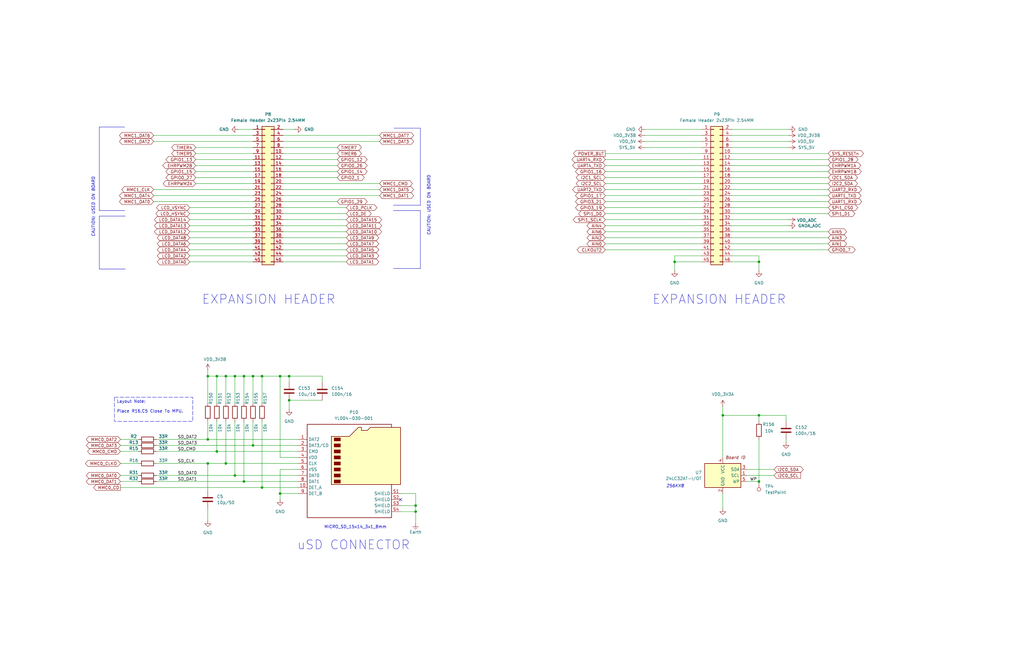
<source format=kicad_sch>
(kicad_sch (version 20231120) (generator "eeschema") (generator_version "8.0")
  (paper "B")
  (title_block (title "EXP CONN, uSD"))
  (lib_symbols
    (symbol "MT41K256M16TW-107_P:AT24CS32-STUM"
      (property "Reference" "U" (at -7.62 6.35 0))
      (property "Value" "AT24CS32-STUM" (at 2.54 -6.35 0))
      (symbol "AT24CS32-STUM_1_1"
        (rectangle (start -7.62 5.08) (end 7.62 -5.08) (stroke (width 0.254)) (fill (type background)))
        (pin input line (at 10.16 0 180) (length 2.54) (name "SCL") (number "1"))
        (pin power_in line (at 0 -7.62 90) (length 2.54) (name "GND") (number "2"))
        (pin bidirectional line (at 10.16 2.54 180) (length 2.54) (name "SDA") (number "3"))
        (pin power_in line (at 0 7.62 270) (length 2.54) (name "VCC") (number "4"))
        (pin input line (at 10.16 -2.54 180) (length 2.54) (name "WP") (number "5"))
      )
    )
    (symbol "MT41K256M16TW-107_P:C" (pin_numbers hide) (pin_names (offset 0.254))
      (property "Reference" "C" (at 0.635 2.54 0))
      (property "Value" "C" (at 0.635 -2.54 0))
      (symbol "C_0_1"
        (polyline (pts (xy -2.032 -0.762) (xy 2.032 -0.762)) (stroke (width 0.508)))
        (polyline (pts (xy -2.032 0.762) (xy 2.032 0.762)) (stroke (width 0.508)))
      )
      (symbol "C_1_1"
        (pin passive line (at 0 3.81 270) (length 2.794) (name "~") (number "1"))
        (pin passive line (at 0 -3.81 90) (length 2.794) (name "~") (number "2"))
      )
    )
    (symbol "MT41K256M16TW-107_P:Conn_02x23_Odd_Even" (pin_names (offset 1.016) hide)
      (property "Reference" "J" (at 1.27 30.48 0))
      (property "Value" "Conn_02x23_Odd_Even" (at 1.27 -30.48 0))
      (symbol "Conn_02x23_Odd_Even_1_1"
        (rectangle (start -1.27 -27.813) (end 0 -28.067) (stroke (width 0.1524)))
        (rectangle (start -1.27 -25.273) (end 0 -25.527) (stroke (width 0.1524)))
        (rectangle (start -1.27 -22.733) (end 0 -22.987) (stroke (width 0.1524)))
        (rectangle (start -1.27 -20.193) (end 0 -20.447) (stroke (width 0.1524)))
        (rectangle (start -1.27 -17.653) (end 0 -17.907) (stroke (width 0.1524)))
        (rectangle (start -1.27 -15.113) (end 0 -15.367) (stroke (width 0.1524)))
        (rectangle (start -1.27 -12.573) (end 0 -12.827) (stroke (width 0.1524)))
        (rectangle (start -1.27 -10.033) (end 0 -10.287) (stroke (width 0.1524)))
        (rectangle (start -1.27 -7.493) (end 0 -7.747) (stroke (width 0.1524)))
        (rectangle (start -1.27 -4.953) (end 0 -5.207) (stroke (width 0.1524)))
        (rectangle (start -1.27 -2.413) (end 0 -2.667) (stroke (width 0.1524)))
        (rectangle (start -1.27 0.127) (end 0 -0.127) (stroke (width 0.1524)))
        (rectangle (start -1.27 2.667) (end 0 2.413) (stroke (width 0.1524)))
        (rectangle (start -1.27 5.207) (end 0 4.953) (stroke (width 0.1524)))
        (rectangle (start -1.27 7.747) (end 0 7.493) (stroke (width 0.1524)))
        (rectangle (start -1.27 10.287) (end 0 10.033) (stroke (width 0.1524)))
        (rectangle (start -1.27 12.827) (end 0 12.573) (stroke (width 0.1524)))
        (rectangle (start -1.27 15.367) (end 0 15.113) (stroke (width 0.1524)))
        (rectangle (start -1.27 17.907) (end 0 17.653) (stroke (width 0.1524)))
        (rectangle (start -1.27 20.447) (end 0 20.193) (stroke (width 0.1524)))
        (rectangle (start -1.27 22.987) (end 0 22.733) (stroke (width 0.1524)))
        (rectangle (start -1.27 25.527) (end 0 25.273) (stroke (width 0.1524)))
        (rectangle (start -1.27 28.067) (end 0 27.813) (stroke (width 0.1524)))
        (rectangle (start -1.27 29.21) (end 3.81 -29.21) (stroke (width 0.254)) (fill (type background)))
        (rectangle (start 3.81 -27.813) (end 2.54 -28.067) (stroke (width 0.1524)))
        (rectangle (start 3.81 -25.273) (end 2.54 -25.527) (stroke (width 0.1524)))
        (rectangle (start 3.81 -22.733) (end 2.54 -22.987) (stroke (width 0.1524)))
        (rectangle (start 3.81 -20.193) (end 2.54 -20.447) (stroke (width 0.1524)))
        (rectangle (start 3.81 -17.653) (end 2.54 -17.907) (stroke (width 0.1524)))
        (rectangle (start 3.81 -15.113) (end 2.54 -15.367) (stroke (width 0.1524)))
        (rectangle (start 3.81 -12.573) (end 2.54 -12.827) (stroke (width 0.1524)))
        (rectangle (start 3.81 -10.033) (end 2.54 -10.287) (stroke (width 0.1524)))
        (rectangle (start 3.81 -7.493) (end 2.54 -7.747) (stroke (width 0.1524)))
        (rectangle (start 3.81 -4.953) (end 2.54 -5.207) (stroke (width 0.1524)))
        (rectangle (start 3.81 -2.413) (end 2.54 -2.667) (stroke (width 0.1524)))
        (rectangle (start 3.81 0.127) (end 2.54 -0.127) (stroke (width 0.1524)))
        (rectangle (start 3.81 2.667) (end 2.54 2.413) (stroke (width 0.1524)))
        (rectangle (start 3.81 5.207) (end 2.54 4.953) (stroke (width 0.1524)))
        (rectangle (start 3.81 7.747) (end 2.54 7.493) (stroke (width 0.1524)))
        (rectangle (start 3.81 10.287) (end 2.54 10.033) (stroke (width 0.1524)))
        (rectangle (start 3.81 12.827) (end 2.54 12.573) (stroke (width 0.1524)))
        (rectangle (start 3.81 15.367) (end 2.54 15.113) (stroke (width 0.1524)))
        (rectangle (start 3.81 17.907) (end 2.54 17.653) (stroke (width 0.1524)))
        (rectangle (start 3.81 20.447) (end 2.54 20.193) (stroke (width 0.1524)))
        (rectangle (start 3.81 22.987) (end 2.54 22.733) (stroke (width 0.1524)))
        (rectangle (start 3.81 25.527) (end 2.54 25.273) (stroke (width 0.1524)))
        (rectangle (start 3.81 28.067) (end 2.54 27.813) (stroke (width 0.1524)))
        (pin passive line (at -5.08 27.94 0) (length 3.81) (name "Pin_1") (number "1"))
        (pin passive line (at 7.62 17.78 180) (length 3.81) (name "Pin_10") (number "10"))
        (pin passive line (at -5.08 15.24 0) (length 3.81) (name "Pin_11") (number "11"))
        (pin passive line (at 7.62 15.24 180) (length 3.81) (name "Pin_12") (number "12"))
        (pin passive line (at -5.08 12.7 0) (length 3.81) (name "Pin_13") (number "13"))
        (pin passive line (at 7.62 12.7 180) (length 3.81) (name "Pin_14") (number "14"))
        (pin passive line (at -5.08 10.16 0) (length 3.81) (name "Pin_15") (number "15"))
        (pin passive line (at 7.62 10.16 180) (length 3.81) (name "Pin_16") (number "16"))
        (pin passive line (at -5.08 7.62 0) (length 3.81) (name "Pin_17") (number "17"))
        (pin passive line (at 7.62 7.62 180) (length 3.81) (name "Pin_18") (number "18"))
        (pin passive line (at -5.08 5.08 0) (length 3.81) (name "Pin_19") (number "19"))
        (pin passive line (at 7.62 27.94 180) (length 3.81) (name "Pin_2") (number "2"))
        (pin passive line (at 7.62 5.08 180) (length 3.81) (name "Pin_20") (number "20"))
        (pin passive line (at -5.08 2.54 0) (length 3.81) (name "Pin_21") (number "21"))
        (pin passive line (at 7.62 2.54 180) (length 3.81) (name "Pin_22") (number "22"))
        (pin passive line (at -5.08 0 0) (length 3.81) (name "Pin_23") (number "23"))
        (pin passive line (at 7.62 0 180) (length 3.81) (name "Pin_24") (number "24"))
        (pin passive line (at -5.08 -2.54 0) (length 3.81) (name "Pin_25") (number "25"))
        (pin passive line (at 7.62 -2.54 180) (length 3.81) (name "Pin_26") (number "26"))
        (pin passive line (at -5.08 -5.08 0) (length 3.81) (name "Pin_27") (number "27"))
        (pin passive line (at 7.62 -5.08 180) (length 3.81) (name "Pin_28") (number "28"))
        (pin passive line (at -5.08 -7.62 0) (length 3.81) (name "Pin_29") (number "29"))
        (pin passive line (at -5.08 25.4 0) (length 3.81) (name "Pin_3") (number "3"))
        (pin passive line (at 7.62 -7.62 180) (length 3.81) (name "Pin_30") (number "30"))
        (pin passive line (at -5.08 -10.16 0) (length 3.81) (name "Pin_31") (number "31"))
        (pin passive line (at 7.62 -10.16 180) (length 3.81) (name "Pin_32") (number "32"))
        (pin passive line (at -5.08 -12.7 0) (length 3.81) (name "Pin_33") (number "33"))
        (pin passive line (at 7.62 -12.7 180) (length 3.81) (name "Pin_34") (number "34"))
        (pin passive line (at -5.08 -15.24 0) (length 3.81) (name "Pin_35") (number "35"))
        (pin passive line (at 7.62 -15.24 180) (length 3.81) (name "Pin_36") (number "36"))
        (pin passive line (at -5.08 -17.78 0) (length 3.81) (name "Pin_37") (number "37"))
        (pin passive line (at 7.62 -17.78 180) (length 3.81) (name "Pin_38") (number "38"))
        (pin passive line (at -5.08 -20.32 0) (length 3.81) (name "Pin_39") (number "39"))
        (pin passive line (at 7.62 25.4 180) (length 3.81) (name "Pin_4") (number "4"))
        (pin passive line (at 7.62 -20.32 180) (length 3.81) (name "Pin_40") (number "40"))
        (pin passive line (at -5.08 -22.86 0) (length 3.81) (name "Pin_41") (number "41"))
        (pin passive line (at 7.62 -22.86 180) (length 3.81) (name "Pin_42") (number "42"))
        (pin passive line (at -5.08 -25.4 0) (length 3.81) (name "Pin_43") (number "43"))
        (pin passive line (at 7.62 -25.4 180) (length 3.81) (name "Pin_44") (number "44"))
        (pin passive line (at -5.08 -27.94 0) (length 3.81) (name "Pin_45") (number "45"))
        (pin passive line (at 7.62 -27.94 180) (length 3.81) (name "Pin_46") (number "46"))
        (pin passive line (at -5.08 22.86 0) (length 3.81) (name "Pin_5") (number "5"))
        (pin passive line (at 7.62 22.86 180) (length 3.81) (name "Pin_6") (number "6"))
        (pin passive line (at -5.08 20.32 0) (length 3.81) (name "Pin_7") (number "7"))
        (pin passive line (at 7.62 20.32 180) (length 3.81) (name "Pin_8") (number "8"))
        (pin passive line (at -5.08 17.78 0) (length 3.81) (name "Pin_9") (number "9"))
      )
    )
    (symbol "MT41K256M16TW-107_P:Micro_SD_Card_Det2"
      (property "Reference" "J2" (at 0.635 21.59 0))
      (property "Value" "Micro_SD_Card_Det2" (at 0.635 19.05 0))
      (symbol "Micro_SD_Card_Det2_0_1"
        (rectangle (start -7.62 -6.985) (end -5.08 -8.255) (stroke (width 0.254)) (fill (type outline)))
        (rectangle (start -7.62 -4.445) (end -5.08 -5.715) (stroke (width 0.254)) (fill (type outline)))
        (rectangle (start -7.62 -1.905) (end -5.08 -3.175) (stroke (width 0.254)) (fill (type outline)))
        (rectangle (start -7.62 0.635) (end -5.08 -0.635) (stroke (width 0.254)) (fill (type outline)))
        (rectangle (start -7.62 3.175) (end -5.08 1.905) (stroke (width 0.254)) (fill (type outline)))
        (rectangle (start -7.62 5.715) (end -5.08 4.445) (stroke (width 0.254)) (fill (type outline)))
        (rectangle (start -7.62 8.255) (end -5.08 6.985) (stroke (width 0.254)) (fill (type outline)))
        (rectangle (start -7.62 10.795) (end -5.08 9.525) (stroke (width 0.254)) (fill (type outline)))
        (polyline (pts (xy 16.51 15.24) (xy 16.51 16.51) (xy -19.05 16.51) (xy -19.05 -22.86) (xy 16.51 -22.86) (xy 16.51 -8.89)) (stroke (width 0.254)))
        (polyline (pts (xy -8.89 -8.89) (xy -8.89 11.43) (xy -1.27 11.43) (xy 2.54 15.24) (xy 3.81 15.24) (xy 3.81 13.97) (xy 6.35 13.97) (xy 7.62 15.24) (xy 20.32 15.24) (xy 20.32 -8.89) (xy -8.89 -8.89)) (stroke (width 0.254)) (fill (type background)))
      )
      (symbol "Micro_SD_Card_Det2_1_1"
        (pin bidirectional line (at -22.86 10.16 0) (length 3.81) (name "DAT2") (number "1"))
        (pin passive line (at -22.86 -10.16 0) (length 3.81) (name "DET_A") (number "10"))
        (pin bidirectional line (at -22.86 7.62 0) (length 3.81) (name "DAT3/CD") (number "2"))
        (pin input line (at -22.86 5.08 0) (length 3.81) (name "CMD") (number "3"))
        (pin power_in line (at -22.86 2.54 0) (length 3.81) (name "VDD") (number "4"))
        (pin input line (at -22.86 0 0) (length 3.81) (name "CLK") (number "5"))
        (pin power_in line (at -22.86 -2.54 0) (length 3.81) (name "VSS") (number "6"))
        (pin bidirectional line (at -22.86 -5.08 0) (length 3.81) (name "DAT0") (number "7"))
        (pin bidirectional line (at -22.86 -7.62 0) (length 3.81) (name "DAT1") (number "8"))
        (pin passive line (at -22.86 -12.7 0) (length 3.81) (name "DET_B") (number "9"))
        (pin passive line (at 20.32 -12.7 180) (length 3.81) (name "SHIELD") (number "S1"))
        (pin passive line (at 20.32 -15.24 180) (length 3.81) (name "SHIELD") (number "S2"))
        (pin passive line (at 20.32 -17.78 180) (length 3.81) (name "SHIELD") (number "S3"))
        (pin passive line (at 20.32 -20.32 180) (length 3.81) (name "SHIELD") (number "S4"))
      )
    )
    (symbol "MT41K256M16TW-107_P:R" (pin_numbers hide) (pin_names (offset 0))
      (property "Reference" "R" (at 2.032 0 90))
      (property "Value" "R" (at 0 0 90))
      (symbol "R_0_1"
        (rectangle (start -1.016 -2.54) (end 1.016 2.54) (stroke (width 0.254)))
      )
      (symbol "R_1_1"
        (pin passive line (at 0 3.81 270) (length 1.27) (name "~") (number "1"))
        (pin passive line (at 0 -3.81 90) (length 1.27) (name "~") (number "2"))
      )
    )
    (symbol "MT41K256M16TW-107_P:TestPoint" (pin_numbers hide) (pin_names (offset 0.762) hide)
      (property "Reference" "TP" (at 0 6.858 0))
      (property "Value" "TestPoint" (at 0 5.08 0))
      (symbol "TestPoint_0_1"
        (circle (center 0 3.302) (radius 0.762))
      )
      (symbol "TestPoint_1_1"
        (pin passive line (at 0 0 90) (length 2.54) (name "1") (number "1"))
      )
    )
    (symbol "power:Earth" (power) (pin_numbers hide) (pin_names (offset 0) hide)
      (property "Value" "Earth" (at 0 -3.81 0))
      (symbol "Earth_0_1"
        (polyline (pts (xy -0.635 -1.905) (xy 0.635 -1.905)))
        (polyline (pts (xy -0.127 -2.54) (xy 0.127 -2.54)))
        (polyline (pts (xy 0 -1.27) (xy 0 0)))
        (polyline (pts (xy 1.27 -1.27) (xy -1.27 -1.27)))
      )
      (symbol "Earth_1_1"
        (pin power_in line (at 0 0 270) (length 0) (name "~") (number "1"))
      )
    )
    (symbol "power:GND" (power) (pin_numbers hide) (pin_names (offset 0) hide)
      (property "Value" "GND" (at 0 -3.81 0))
      (symbol "GND_0_1"
        (polyline (pts (xy 0 0) (xy 0 -1.27) (xy 1.27 -1.27) (xy 0 -2.54) (xy -1.27 -1.27) (xy 0 -1.27)))
      )
      (symbol "GND_1_1"
        (pin power_in line (at 0 0 270) (length 0) (name "~") (number "1"))
      )
    )
    (symbol "power:VD" (power) (pin_numbers hide) (pin_names (offset 0) hide)
      (property "Value" "VD" (at 0 3.556 0))
      (symbol "VD_0_1"
        (polyline (pts (xy -0.762 1.27) (xy 0 2.54)))
        (polyline (pts (xy 0 0) (xy 0 2.54)))
        (polyline (pts (xy 0 2.54) (xy 0.762 1.27)))
      )
      (symbol "VD_1_1"
        (pin power_in line (at 0 0 90) (length 0) (name "~") (number "1"))
      )
    )
  )
  (junction (at 95.25 195.58))
  (junction (at 121.92 168.91))
  (junction (at 87.63 185.42))
  (junction (at 118.11 158.75))
  (junction (at 175.26 213.36))
  (junction (at 99.06 158.75))
  (junction (at 175.26 215.9))
  (junction (at 102.87 203.2))
  (junction (at 87.63 158.75))
  (junction (at 99.06 200.66))
  (junction (at 121.92 158.75))
  (junction (at 91.44 158.75))
  (junction (at 106.68 187.96))
  (junction (at 320.04 110.49))
  (junction (at 320.04 203.2))
  (junction (at 118.11 208.28))
  (junction (at 102.87 158.75))
  (junction (at 110.49 158.75))
  (junction (at 87.63 195.58))
  (junction (at 95.25 158.75))
  (junction (at 110.49 205.74))
  (junction (at 320.04 175.26))
  (junction (at 106.68 158.75))
  (junction (at 304.8 175.26))
  (junction (at 91.44 190.5))
  (junction (at 284.48 110.49))
  (no_connect (at 168.91 210.82))
  (wire (pts (xy 82.55 62.23) (xy 106.68 62.23)))
  (wire (pts (xy 308.61 62.23) (xy 332.74 62.23)))
  (wire (pts (xy 119.38 57.15) (xy 160.02 57.15)))
  (wire (pts (xy 91.44 177.8) (xy 91.44 190.5)))
  (wire (pts (xy 125.73 198.12) (xy 118.11 198.12)))
  (wire (pts (xy 118.11 193.04) (xy 125.73 193.04)))
  (wire (pts (xy 66.04 200.66) (xy 99.06 200.66)))
  (wire (pts (xy 80.01 107.95) (xy 106.68 107.95)))
  (wire (pts (xy 255.27 77.47) (xy 295.91 77.47)))
  (wire (pts (xy 119.38 77.47) (xy 160.02 77.47)))
  (wire (pts (xy 255.27 67.31) (xy 295.91 67.31)))
  (wire (pts (xy 80.01 105.41) (xy 106.68 105.41)))
  (wire (pts (xy 99.06 177.8) (xy 99.06 200.66)))
  (wire (pts (xy 119.38 105.41) (xy 146.05 105.41)))
  (wire (pts (xy 255.27 105.41) (xy 295.91 105.41)))
  (wire (pts (xy 121.92 158.75) (xy 121.92 161.29)))
  (wire (pts (xy 66.04 195.58) (xy 87.63 195.58)))
  (wire (pts (xy 66.04 185.42) (xy 87.63 185.42)))
  (wire (pts (xy 255.27 80.01) (xy 295.91 80.01)))
  (wire (pts (xy 255.27 100.33) (xy 295.91 100.33)))
  (wire (pts (xy 255.27 102.87) (xy 295.91 102.87)))
  (wire (pts (xy 255.27 90.17) (xy 295.91 90.17)))
  (wire (pts (xy 308.61 105.41) (xy 349.25 105.41)))
  (wire (pts (xy 308.61 95.25) (xy 332.74 95.25)))
  (wire (pts (xy 87.63 177.8) (xy 87.63 185.42)))
  (wire (pts (xy 50.8 200.66) (xy 58.42 200.66)))
  (wire (pts (xy 255.27 97.79) (xy 295.91 97.79)))
  (wire (pts (xy 308.61 54.61) (xy 332.74 54.61)))
  (wire (pts (xy 102.87 177.8) (xy 102.87 203.2)))
  (wire (pts (xy 119.38 64.77) (xy 142.24 64.77)))
  (wire (pts (xy 320.04 175.26) (xy 304.8 175.26)))
  (wire (pts (xy 106.68 187.96) (xy 125.73 187.96)))
  (wire (pts (xy 100.33 54.61) (xy 106.68 54.61)))
  (wire (pts (xy 255.27 72.39) (xy 295.91 72.39)))
  (wire (pts (xy 95.25 158.75) (xy 99.06 158.75)))
  (wire (pts (xy 119.38 59.69) (xy 160.02 59.69)))
  (wire (pts (xy 64.77 80.01) (xy 106.68 80.01)))
  (wire (pts (xy 50.8 203.2) (xy 58.42 203.2)))
  (wire (pts (xy 308.61 82.55) (xy 349.25 82.55)))
  (wire (pts (xy 87.63 195.58) (xy 87.63 207.01)))
  (polyline (pts (xy 177.292 54.102) (xy 177.292 86.614)))
  (wire (pts (xy 80.01 100.33) (xy 106.68 100.33)))
  (polyline (pts (xy 166.116 54.102) (xy 177.292 54.102)))
  (wire (pts (xy 331.47 175.26) (xy 331.47 177.8)))
  (wire (pts (xy 118.11 198.12) (xy 118.11 208.28)))
  (wire (pts (xy 87.63 219.71) (xy 87.63 214.63)))
  (wire (pts (xy 64.77 59.69) (xy 106.68 59.69)))
  (wire (pts (xy 95.25 195.58) (xy 125.73 195.58)))
  (wire (pts (xy 168.91 215.9) (xy 175.26 215.9)))
  (wire (pts (xy 304.8 214.63) (xy 304.8 208.28)))
  (wire (pts (xy 80.01 87.63) (xy 106.68 87.63)))
  (polyline (pts (xy 165.862 113.284) (xy 177.292 113.284)))
  (wire (pts (xy 308.61 74.93) (xy 349.25 74.93)))
  (wire (pts (xy 64.77 82.55) (xy 106.68 82.55)))
  (wire (pts (xy 102.87 158.75) (xy 102.87 170.18)))
  (wire (pts (xy 99.06 158.75) (xy 102.87 158.75)))
  (wire (pts (xy 66.04 190.5) (xy 91.44 190.5)))
  (wire (pts (xy 308.61 102.87) (xy 349.25 102.87)))
  (wire (pts (xy 308.61 85.09) (xy 349.25 85.09)))
  (wire (pts (xy 102.87 158.75) (xy 106.68 158.75)))
  (wire (pts (xy 314.96 200.66) (xy 326.39 200.66)))
  (wire (pts (xy 50.8 187.96) (xy 58.42 187.96)))
  (wire (pts (xy 175.26 208.28) (xy 175.26 213.36)))
  (wire (pts (xy 118.11 208.28) (xy 125.73 208.28)))
  (wire (pts (xy 64.77 85.09) (xy 106.68 85.09)))
  (wire (pts (xy 110.49 158.75) (xy 118.11 158.75)))
  (wire (pts (xy 82.55 77.47) (xy 106.68 77.47)))
  (wire (pts (xy 119.38 62.23) (xy 142.24 62.23)))
  (wire (pts (xy 308.61 90.17) (xy 349.25 90.17)))
  (wire (pts (xy 50.8 195.58) (xy 58.42 195.58)))
  (wire (pts (xy 91.44 158.75) (xy 95.25 158.75)))
  (wire (pts (xy 119.38 110.49) (xy 146.05 110.49)))
  (wire (pts (xy 320.04 110.49) (xy 320.04 114.3)))
  (wire (pts (xy 308.61 67.31) (xy 349.25 67.31)))
  (wire (pts (xy 82.55 74.93) (xy 106.68 74.93)))
  (wire (pts (xy 66.04 187.96) (xy 106.68 187.96)))
  (wire (pts (xy 308.61 110.49) (xy 320.04 110.49)))
  (wire (pts (xy 106.68 158.75) (xy 106.68 170.18)))
  (wire (pts (xy 80.01 110.49) (xy 106.68 110.49)))
  (wire (pts (xy 119.38 80.01) (xy 160.02 80.01)))
  (wire (pts (xy 118.11 158.75) (xy 118.11 193.04)))
  (wire (pts (xy 295.91 107.95) (xy 284.48 107.95)))
  (wire (pts (xy 168.91 208.28) (xy 175.26 208.28)))
  (wire (pts (xy 314.96 198.12) (xy 326.39 198.12)))
  (wire (pts (xy 295.91 62.23) (xy 271.78 62.23)))
  (wire (pts (xy 295.91 54.61) (xy 271.78 54.61)))
  (wire (pts (xy 119.38 87.63) (xy 146.05 87.63)))
  (wire (pts (xy 80.01 90.17) (xy 106.68 90.17)))
  (wire (pts (xy 119.38 54.61) (xy 124.46 54.61)))
  (wire (pts (xy 304.8 175.26) (xy 304.8 193.04)))
  (wire (pts (xy 320.04 175.26) (xy 320.04 177.8)))
  (wire (pts (xy 119.38 90.17) (xy 146.05 90.17)))
  (polyline (pts (xy 41.91 88.9) (xy 52.578 88.9)))
  (wire (pts (xy 110.49 158.75) (xy 110.49 170.18)))
  (wire (pts (xy 121.92 168.91) (xy 121.92 172.72)))
  (wire (pts (xy 255.27 82.55) (xy 295.91 82.55)))
  (wire (pts (xy 64.77 57.15) (xy 106.68 57.15)))
  (wire (pts (xy 121.92 168.91) (xy 135.89 168.91)))
  (wire (pts (xy 82.55 69.85) (xy 106.68 69.85)))
  (wire (pts (xy 118.11 158.75) (xy 121.92 158.75)))
  (wire (pts (xy 119.38 97.79) (xy 146.05 97.79)))
  (wire (pts (xy 255.27 74.93) (xy 295.91 74.93)))
  (wire (pts (xy 119.38 100.33) (xy 146.05 100.33)))
  (wire (pts (xy 295.91 57.15) (xy 271.78 57.15)))
  (wire (pts (xy 119.38 82.55) (xy 160.02 82.55)))
  (wire (pts (xy 168.91 213.36) (xy 175.26 213.36)))
  (wire (pts (xy 308.61 87.63) (xy 349.25 87.63)))
  (wire (pts (xy 106.68 158.75) (xy 110.49 158.75)))
  (wire (pts (xy 175.26 215.9) (xy 175.26 220.98)))
  (wire (pts (xy 304.8 171.45) (xy 304.8 175.26)))
  (wire (pts (xy 80.01 102.87) (xy 106.68 102.87)))
  (wire (pts (xy 308.61 100.33) (xy 349.25 100.33)))
  (wire (pts (xy 119.38 95.25) (xy 146.05 95.25)))
  (wire (pts (xy 119.38 72.39) (xy 142.24 72.39)))
  (wire (pts (xy 255.27 92.71) (xy 295.91 92.71)))
  (wire (pts (xy 255.27 95.25) (xy 295.91 95.25)))
  (wire (pts (xy 91.44 158.75) (xy 91.44 170.18)))
  (wire (pts (xy 308.61 107.95) (xy 320.04 107.95)))
  (wire (pts (xy 87.63 195.58) (xy 95.25 195.58)))
  (polyline (pts (xy 52.832 91.186) (xy 41.91 91.186)))
  (wire (pts (xy 91.44 190.5) (xy 125.73 190.5)))
  (wire (pts (xy 135.89 158.75) (xy 135.89 161.29)))
  (wire (pts (xy 87.63 170.18) (xy 87.63 158.75)))
  (wire (pts (xy 121.92 158.75) (xy 135.89 158.75)))
  (wire (pts (xy 308.61 80.01) (xy 349.25 80.01)))
  (wire (pts (xy 295.91 110.49) (xy 284.48 110.49)))
  (wire (pts (xy 80.01 92.71) (xy 106.68 92.71)))
  (wire (pts (xy 308.61 77.47) (xy 349.25 77.47)))
  (wire (pts (xy 331.47 175.26) (xy 320.04 175.26)))
  (wire (pts (xy 82.55 72.39) (xy 106.68 72.39)))
  (wire (pts (xy 119.38 69.85) (xy 142.24 69.85)))
  (wire (pts (xy 308.61 92.71) (xy 332.74 92.71)))
  (wire (pts (xy 95.25 158.75) (xy 95.25 170.18)))
  (wire (pts (xy 175.26 213.36) (xy 175.26 215.9)))
  (wire (pts (xy 80.01 97.79) (xy 106.68 97.79)))
  (wire (pts (xy 308.61 57.15) (xy 332.74 57.15)))
  (wire (pts (xy 308.61 72.39) (xy 349.25 72.39)))
  (wire (pts (xy 255.27 69.85) (xy 295.91 69.85)))
  (wire (pts (xy 308.61 97.79) (xy 349.25 97.79)))
  (wire (pts (xy 119.38 67.31) (xy 142.24 67.31)))
  (wire (pts (xy 314.96 203.2) (xy 320.04 203.2)))
  (wire (pts (xy 95.25 177.8) (xy 95.25 195.58)))
  (wire (pts (xy 320.04 185.42) (xy 320.04 203.2)))
  (wire (pts (xy 99.06 158.75) (xy 99.06 170.18)))
  (polyline (pts (xy 165.862 86.614) (xy 177.292 86.614)))
  (wire (pts (xy 80.01 95.25) (xy 106.68 95.25)))
  (polyline (pts (xy 177.292 88.9) (xy 177.292 113.284)))
  (wire (pts (xy 308.61 64.77) (xy 349.25 64.77)))
  (wire (pts (xy 119.38 92.71) (xy 146.05 92.71)))
  (wire (pts (xy 119.38 102.87) (xy 146.05 102.87)))
  (polyline (pts (xy 41.91 113.538) (xy 52.832 113.538)))
  (wire (pts (xy 255.27 64.77) (xy 295.91 64.77)))
  (polyline (pts (xy 165.862 88.9) (xy 177.292 88.9)))
  (wire (pts (xy 87.63 185.42) (xy 125.73 185.42)))
  (wire (pts (xy 50.8 185.42) (xy 58.42 185.42)))
  (wire (pts (xy 284.48 107.95) (xy 284.48 110.49)))
  (wire (pts (xy 110.49 205.74) (xy 125.73 205.74)))
  (wire (pts (xy 102.87 203.2) (xy 125.73 203.2)))
  (wire (pts (xy 99.06 200.66) (xy 125.73 200.66)))
  (wire (pts (xy 308.61 59.69) (xy 332.74 59.69)))
  (wire (pts (xy 87.63 156.21) (xy 87.63 158.75)))
  (wire (pts (xy 308.61 69.85) (xy 349.25 69.85)))
  (wire (pts (xy 119.38 74.93) (xy 142.24 74.93)))
  (wire (pts (xy 295.91 59.69) (xy 271.78 59.69)))
  (wire (pts (xy 119.38 107.95) (xy 146.05 107.95)))
  (wire (pts (xy 255.27 87.63) (xy 295.91 87.63)))
  (wire (pts (xy 119.38 85.09) (xy 142.24 85.09)))
  (polyline (pts (xy 41.91 91.186) (xy 41.91 113.538)))
  (wire (pts (xy 331.47 186.69) (xy 331.47 185.42)))
  (wire (pts (xy 118.11 208.28) (xy 118.11 210.82)))
  (wire (pts (xy 50.8 190.5) (xy 58.42 190.5)))
  (wire (pts (xy 255.27 85.09) (xy 295.91 85.09)))
  (wire (pts (xy 110.49 177.8) (xy 110.49 205.74)))
  (wire (pts (xy 82.55 67.31) (xy 106.68 67.31)))
  (wire (pts (xy 284.48 110.49) (xy 284.48 114.3)))
  (wire (pts (xy 82.55 64.77) (xy 106.68 64.77)))
  (wire (pts (xy 320.04 107.95) (xy 320.04 110.49)))
  (wire (pts (xy 66.04 203.2) (xy 102.87 203.2)))
  (wire (pts (xy 50.8 205.74) (xy 110.49 205.74)))
  (wire (pts (xy 106.68 177.8) (xy 106.68 187.96)))
  (polyline (pts (xy 41.91 53.594) (xy 41.91 88.9)))
  (wire (pts (xy 87.63 158.75) (xy 91.44 158.75)))
  (polyline (pts (xy 52.578 53.594) (xy 41.91 53.594)))
  (text_box "Layout Note:\n\nPlace R16,C5 Close To MPU." (at 48.26 167.64 0) (size 33.02 10.16) (stroke (width 0) (type dash)) (effects (font (size 1.27 1.27)) (justify left top)))
  (text "uSD CONNECTOR" (at 149.098 230.124 0) (effects (font (size 3.81 3.81))))
  (text "Board ID" (at 310.134 193.294 0) (effects (font (size 1.27 1.27) (italic yes))))
  (text "EXPANSION HEADER" (at 113.284 126.492 0) (effects (font (size 3.81 3.81))))
  (text "EXPANSION HEADER" (at 303.276 126.492 0) (effects (font (size 3.81 3.81))))
  (text "MICRO_SD_15x14_3x1_8mm" (at 149.86 222.504 0) (effects (font (size 1.27 1.27))))
  (text "CAUTION: USED ON BOARD" (at 39.37 87.376 90) (effects (font (size 1.27 1.27) (italic yes))))
  (text "CAUTION: USED ON BOARD" (at 180.848 86.614 90) (effects (font (size 1.27 1.27))))
  (text "256KX8" (at 284.734 205.232 0) (effects (font (size 1.27 1.27) (italic yes))))
  (label "SD_DAT1" (at 74.93 203.2 0))
  (label "SD_DAT3" (at 74.93 187.96 0))
  (label "SD_DAT2" (at 74.93 185.42 0))
  (label "SD_CLK" (at 74.93 195.58 0))
  (label "WP" (at 316.23 203.2 0))
  (label "SD_DAT0" (at 74.93 200.66 0))
  (label "SD_CMD" (at 74.93 190.5 0))
  (global_label "MMC0_DAT0" (shape bidirectional) (at 50.8 200.66 180) (property "Intersheetrefs" "${INTERSHEET_REFS}" (effects (hide yes))))
  (global_label "GPIO1_28" (shape bidirectional) (at 349.25 67.31 0) (property "Intersheetrefs" "${INTERSHEET_REFS}" (effects (hide yes))))
  (global_label "LCD_DATA6" (shape bidirectional) (at 80.01 102.87 180) (property "Intersheetrefs" "${INTERSHEET_REFS}" (effects (hide yes))))
  (global_label "MMC0_DAT3" (shape bidirectional) (at 50.8 187.96 180) (property "Intersheetrefs" "${INTERSHEET_REFS}" (effects (hide yes))))
  (global_label "GPIO1_15" (shape bidirectional) (at 82.55 72.39 180) (property "Intersheetrefs" "${INTERSHEET_REFS}" (effects (hide yes))))
  (global_label "EHRPWM2B" (shape bidirectional) (at 82.55 69.85 180) (property "Intersheetrefs" "${INTERSHEET_REFS}" (effects (hide yes))))
  (global_label "TIMER6" (shape bidirectional) (at 142.24 64.77 0) (property "Intersheetrefs" "${INTERSHEET_REFS}" (effects (hide yes))))
  (global_label "GPIO1_17" (shape bidirectional) (at 255.27 82.55 180) (property "Intersheetrefs" "${INTERSHEET_REFS}" (effects (hide yes))))
  (global_label "GPIO2_1" (shape bidirectional) (at 142.24 74.93 0) (property "Intersheetrefs" "${INTERSHEET_REFS}" (effects (hide yes))))
  (global_label "MMC1_DAT4" (shape bidirectional) (at 64.77 82.55 180) (property "Intersheetrefs" "${INTERSHEET_REFS}" (effects (hide yes))))
  (global_label "AIN1" (shape bidirectional) (at 349.25 102.87 0) (property "Intersheetrefs" "${INTERSHEET_REFS}" (effects (hide yes))))
  (global_label "LCD_DATA11" (shape bidirectional) (at 146.05 95.25 0) (property "Intersheetrefs" "${INTERSHEET_REFS}" (effects (hide yes))))
  (global_label "MMC1_DAT3" (shape bidirectional) (at 160.02 59.69 0) (property "Intersheetrefs" "${INTERSHEET_REFS}" (effects (hide yes))))
  (global_label "LCD_DATA7" (shape bidirectional) (at 146.05 102.87 0) (property "Intersheetrefs" "${INTERSHEET_REFS}" (effects (hide yes))))
  (global_label "LCD_DATA8" (shape bidirectional) (at 80.01 100.33 180) (property "Intersheetrefs" "${INTERSHEET_REFS}" (effects (hide yes))))
  (global_label "LCD_DATA2" (shape bidirectional) (at 80.01 107.95 180) (property "Intersheetrefs" "${INTERSHEET_REFS}" (effects (hide yes))))
  (global_label "GPIO0_7" (shape bidirectional) (at 349.25 105.41 0) (property "Intersheetrefs" "${INTERSHEET_REFS}" (effects (hide yes))))
  (global_label "TIMER7" (shape bidirectional) (at 142.24 62.23 0) (property "Intersheetrefs" "${INTERSHEET_REFS}" (effects (hide yes))))
  (global_label "SPI1_SCLK" (shape bidirectional) (at 255.27 92.71 180) (property "Intersheetrefs" "${INTERSHEET_REFS}" (effects (hide yes))))
  (global_label "AIN0" (shape bidirectional) (at 255.27 102.87 180) (property "Intersheetrefs" "${INTERSHEET_REFS}" (effects (hide yes))))
  (global_label "AIN2" (shape bidirectional) (at 255.27 100.33 180) (property "Intersheetrefs" "${INTERSHEET_REFS}" (effects (hide yes))))
  (global_label "LCD_DATA3" (shape bidirectional) (at 146.05 107.95 0) (property "Intersheetrefs" "${INTERSHEET_REFS}" (effects (hide yes))))
  (global_label "POWER_BUT" (shape output) (at 255.27 64.77 180) (property "Intersheetrefs" "${INTERSHEET_REFS}" (effects (hide yes))))
  (global_label "I2C1_SDA" (shape bidirectional) (at 349.25 74.93 0) (property "Intersheetrefs" "${INTERSHEET_REFS}" (effects (hide yes))))
  (global_label "AIN4" (shape bidirectional) (at 255.27 95.25 180) (property "Intersheetrefs" "${INTERSHEET_REFS}" (effects (hide yes))))
  (global_label "LCD_DATA4" (shape bidirectional) (at 80.01 105.41 180) (property "Intersheetrefs" "${INTERSHEET_REFS}" (effects (hide yes))))
  (global_label "TIMER5" (shape bidirectional) (at 82.55 64.77 180) (property "Intersheetrefs" "${INTERSHEET_REFS}" (effects (hide yes))))
  (global_label "MMC1_DAT6" (shape bidirectional) (at 64.77 57.15 180) (property "Intersheetrefs" "${INTERSHEET_REFS}" (effects (hide yes))))
  (global_label "LCD_DATA12" (shape bidirectional) (at 80.01 97.79 180) (property "Intersheetrefs" "${INTERSHEET_REFS}" (effects (hide yes))))
  (global_label "GPIO0_26" (shape bidirectional) (at 142.24 69.85 0) (property "Intersheetrefs" "${INTERSHEET_REFS}" (effects (hide yes))))
  (global_label "LCD_DATA0" (shape bidirectional) (at 80.01 110.49 180) (property "Intersheetrefs" "${INTERSHEET_REFS}" (effects (hide yes))))
  (global_label "SYS_RESETn" (shape bidirectional) (at 349.25 64.77 0) (property "Intersheetrefs" "${INTERSHEET_REFS}" (effects (hide yes))))
  (global_label "CLKOUT2" (shape bidirectional) (at 255.27 105.41 180) (property "Intersheetrefs" "${INTERSHEET_REFS}" (effects (hide yes))))
  (global_label "MMC0_CD" (shape output) (at 50.8 205.74 180) (property "Intersheetrefs" "${INTERSHEET_REFS}" (effects (hide yes))))
  (global_label "GPIO1_14" (shape bidirectional) (at 142.24 72.39 0) (property "Intersheetrefs" "${INTERSHEET_REFS}" (effects (hide yes))))
  (global_label "AIN6" (shape bidirectional) (at 255.27 97.79 180) (property "Intersheetrefs" "${INTERSHEET_REFS}" (effects (hide yes))))
  (global_label "SPI1_D0" (shape bidirectional) (at 255.27 90.17 180) (property "Intersheetrefs" "${INTERSHEET_REFS}" (effects (hide yes))))
  (global_label "LCD_DATA14" (shape bidirectional) (at 80.01 92.71 180) (property "Intersheetrefs" "${INTERSHEET_REFS}" (effects (hide yes))))
  (global_label "EHRPWM1B" (shape bidirectional) (at 349.25 72.39 0) (property "Intersheetrefs" "${INTERSHEET_REFS}" (effects (hide yes))))
  (global_label "MMC0_CMD" (shape bidirectional) (at 50.8 190.5 180) (property "Intersheetrefs" "${INTERSHEET_REFS}" (effects (hide yes))))
  (global_label "I2C2_SCL" (shape bidirectional) (at 255.27 77.47 180) (property "Intersheetrefs" "${INTERSHEET_REFS}" (effects (hide yes))))
  (global_label "MMC1_DAT5" (shape bidirectional) (at 160.02 80.01 0) (property "Intersheetrefs" "${INTERSHEET_REFS}" (effects (hide yes))))
  (global_label "MMC1_DAT0" (shape bidirectional) (at 64.77 85.09 180) (property "Intersheetrefs" "${INTERSHEET_REFS}" (effects (hide yes))))
  (global_label "GPIO0_27" (shape bidirectional) (at 82.55 74.93 180) (property "Intersheetrefs" "${INTERSHEET_REFS}" (effects (hide yes))))
  (global_label "I2C0_SDA" (shape bidirectional) (at 326.39 198.12 0) (property "Intersheetrefs" "${INTERSHEET_REFS}" (effects (hide yes))))
  (global_label "LCD_DATA13" (shape bidirectional) (at 80.01 95.25 180) (property "Intersheetrefs" "${INTERSHEET_REFS}" (effects (hide yes))))
  (global_label "AIN5" (shape bidirectional) (at 349.25 97.79 0) (property "Intersheetrefs" "${INTERSHEET_REFS}" (effects (hide yes))))
  (global_label "LCD_DE" (shape bidirectional) (at 146.05 90.17 0) (property "Intersheetrefs" "${INTERSHEET_REFS}" (effects (hide yes))))
  (global_label "UART4_TXD" (shape bidirectional) (at 255.27 69.85 180) (property "Intersheetrefs" "${INTERSHEET_REFS}" (effects (hide yes))))
  (global_label "MMC1_DAT1" (shape bidirectional) (at 160.02 82.55 0) (property "Intersheetrefs" "${INTERSHEET_REFS}" (effects (hide yes))))
  (global_label "MMC1_CMD" (shape bidirectional) (at 160.02 77.47 0) (property "Intersheetrefs" "${INTERSHEET_REFS}" (effects (hide yes))))
  (global_label "UART2_TXD" (shape bidirectional) (at 255.27 80.01 180) (property "Intersheetrefs" "${INTERSHEET_REFS}" (effects (hide yes))))
  (global_label "UART1_RXD" (shape bidirectional) (at 349.25 85.09 0) (property "Intersheetrefs" "${INTERSHEET_REFS}" (effects (hide yes))))
  (global_label "AIN3" (shape bidirectional) (at 349.25 100.33 0) (property "Intersheetrefs" "${INTERSHEET_REFS}" (effects (hide yes))))
  (global_label "I2C1_SCL" (shape bidirectional) (at 255.27 74.93 180) (property "Intersheetrefs" "${INTERSHEET_REFS}" (effects (hide yes))))
  (global_label "SPI1_CS0" (shape bidirectional) (at 349.25 87.63 0) (property "Intersheetrefs" "${INTERSHEET_REFS}" (effects (hide yes))))
  (global_label "MMC1_CLK" (shape bidirectional) (at 64.77 80.01 180) (property "Intersheetrefs" "${INTERSHEET_REFS}" (effects (hide yes))))
  (global_label "TIMER4" (shape bidirectional) (at 82.55 62.23 180) (property "Intersheetrefs" "${INTERSHEET_REFS}" (effects (hide yes))))
  (global_label "GPIO1_12" (shape bidirectional) (at 142.24 67.31 0) (property "Intersheetrefs" "${INTERSHEET_REFS}" (effects (hide yes))))
  (global_label "UART2_RXD" (shape bidirectional) (at 349.25 80.01 0) (property "Intersheetrefs" "${INTERSHEET_REFS}" (effects (hide yes))))
  (global_label "UART1_TXD" (shape bidirectional) (at 349.25 82.55 0) (property "Intersheetrefs" "${INTERSHEET_REFS}" (effects (hide yes))))
  (global_label "GPIO3_19" (shape bidirectional) (at 255.27 87.63 180) (property "Intersheetrefs" "${INTERSHEET_REFS}" (effects (hide yes))))
  (global_label "LCD_PCLK" (shape bidirectional) (at 146.05 87.63 0) (property "Intersheetrefs" "${INTERSHEET_REFS}" (effects (hide yes))))
  (global_label "LCD_DATA15" (shape bidirectional) (at 146.05 92.71 0) (property "Intersheetrefs" "${INTERSHEET_REFS}" (effects (hide yes))))
  (global_label "LCD_HSYNC" (shape bidirectional) (at 80.01 90.17 180) (property "Intersheetrefs" "${INTERSHEET_REFS}" (effects (hide yes))))
  (global_label "EHRPWM2A" (shape bidirectional) (at 82.55 77.47 180) (property "Intersheetrefs" "${INTERSHEET_REFS}" (effects (hide yes))))
  (global_label "MMC0_DAT2" (shape bidirectional) (at 50.8 185.42 180) (property "Intersheetrefs" "${INTERSHEET_REFS}" (effects (hide yes))))
  (global_label "LCD_DATA10" (shape bidirectional) (at 146.05 97.79 0) (property "Intersheetrefs" "${INTERSHEET_REFS}" (effects (hide yes))))
  (global_label "EHRPWM1A" (shape bidirectional) (at 349.25 69.85 0) (property "Intersheetrefs" "${INTERSHEET_REFS}" (effects (hide yes))))
  (global_label "SPI1_D1" (shape bidirectional) (at 349.25 90.17 0) (property "Intersheetrefs" "${INTERSHEET_REFS}" (effects (hide yes))))
  (global_label "GPIO1_29" (shape bidirectional) (at 142.24 85.09 0) (property "Intersheetrefs" "${INTERSHEET_REFS}" (effects (hide yes))))
  (global_label "MMC1_DAT2" (shape bidirectional) (at 64.77 59.69 180) (property "Intersheetrefs" "${INTERSHEET_REFS}" (effects (hide yes))))
  (global_label "MMC0_CLKO" (shape bidirectional) (at 50.8 195.58 180) (property "Intersheetrefs" "${INTERSHEET_REFS}" (effects (hide yes))))
  (global_label "GPIO1_13" (shape bidirectional) (at 82.55 67.31 180) (property "Intersheetrefs" "${INTERSHEET_REFS}" (effects (hide yes))))
  (global_label "MMC1_DAT7" (shape bidirectional) (at 160.02 57.15 0) (property "Intersheetrefs" "${INTERSHEET_REFS}" (effects (hide yes))))
  (global_label "LCD_VSYNC" (shape bidirectional) (at 80.01 87.63 180) (property "Intersheetrefs" "${INTERSHEET_REFS}" (effects (hide yes))))
  (global_label "MMC0_DAT1" (shape bidirectional) (at 50.8 203.2 180) (property "Intersheetrefs" "${INTERSHEET_REFS}" (effects (hide yes))))
  (global_label "LCD_DATA9" (shape bidirectional) (at 146.05 100.33 0) (property "Intersheetrefs" "${INTERSHEET_REFS}" (effects (hide yes))))
  (global_label "I2C0_SCL" (shape input) (at 326.39 200.66 0) (property "Intersheetrefs" "${INTERSHEET_REFS}" (effects (hide yes))))
  (global_label "I2C2_SDA" (shape bidirectional) (at 349.25 77.47 0) (property "Intersheetrefs" "${INTERSHEET_REFS}" (effects (hide yes))))
  (global_label "LCD_DATA5" (shape bidirectional) (at 146.05 105.41 0) (property "Intersheetrefs" "${INTERSHEET_REFS}" (effects (hide yes))))
  (global_label "GPIO3_21" (shape bidirectional) (at 255.27 85.09 180) (property "Intersheetrefs" "${INTERSHEET_REFS}" (effects (hide yes))))
  (global_label "UART4_RXD" (shape bidirectional) (at 255.27 67.31 180) (property "Intersheetrefs" "${INTERSHEET_REFS}" (effects (hide yes))))
  (global_label "GPIO1_16" (shape bidirectional) (at 255.27 72.39 180) (property "Intersheetrefs" "${INTERSHEET_REFS}" (effects (hide yes))))
  (global_label "LCD_DATA1" (shape bidirectional) (at 146.05 110.49 0) (property "Intersheetrefs" "${INTERSHEET_REFS}" (effects (hide yes))))
  (symbol (lib_id "MT41K256M16TW-107_P:Conn_02x23_Odd_Even") (at 111.76 82.55 0) (unit 1)
    (property "Reference" "P8" (at 113.03 48.26 0))
    (property "Value" "Female Header 2x23Pin 2.54MM" (at 113.03 50.8 0))
    (property "Footprint" "Connector_PinHeader_2.54mm:PinHeader_2x23_P2.54mm_Vertical" (effects (hide yes)))
    (property "Description" "Generic connector, double row, 02x23, odd/even pin numbering scheme (row 1 odd numbers, row 2 even numbers), script generated (kicad-library-utils/schlib/autogen/connector/)" (effects (hide yes)))
  )
  (symbol (lib_id "power:VD") (at 87.63 156.21 0) (unit 1)
    (property "Reference" "#PWR0213" (effects (hide yes)))
    (property "Value" "VDD_3V3B" (at 85.852 151.638 0) (effects (justify left)))
    (property "Description" "Power symbol creates a global label with name \"VD\"" (effects (hide yes)))
  )
  (symbol (lib_id "MT41K256M16TW-107_P:Micro_SD_Card_Det2") (at 148.59 195.58 0) (unit 1)
    (property "Reference" "P10" (at 149.225 173.99 0))
    (property "Value" "YL004-030-001" (at 149.225 176.53 0))
    (property "Footprint" "footprints:yl004-030-001" (effects (hide yes)))
    (property "Datasheet" "https://www.hirose.com/en/product/document?clcode=&productname=&series=DM3&documenttype=Catalog&lang=en&documentid=D49662_en" (effects (hide yes)))
    (property "Description" "Micro SD Card Socket with two card detection pins" (effects (hide yes)))
  )
  (symbol (lib_id "power:VD") (at 271.78 59.69 90) (mirror x) (unit 1)
    (property "Reference" "#PWR0196" (effects (hide yes)))
    (property "Value" "VDD_5V" (at 264.668 59.69 90))
    (property "Description" "Power symbol creates a global label with name \"VD\"" (effects (hide yes)))
  )
  (symbol (lib_id "power:VD") (at 304.8 171.45 0) (unit 1)
    (property "Reference" "#PWR0205" (effects (hide yes)))
    (property "Value" "VDD_3V3A" (at 304.8 166.37 0))
    (property "Description" "Power symbol creates a global label with name \"VD\"" (effects (hide yes)))
  )
  (symbol (lib_id "power:GND") (at 118.11 210.82 0) (unit 1)
    (property "Reference" "#PWR0201" (effects (hide yes)))
    (property "Value" "GND" (at 118.11 215.9 0))
    (property "Description" "Power symbol creates a global label with name \"GND\" , ground" (effects (hide yes)))
  )
  (symbol (lib_id "MT41K256M16TW-107_P:C") (at 121.92 165.1 0) (unit 1)
    (property "Reference" "C153" (at 125.73 163.8299 0) (effects (justify left)))
    (property "Value" "10u/16" (at 125.73 166.3699 0) (effects (justify left)))
    (property "Footprint" "footprints:C_0805_2012Metric" (effects (hide yes)))
    (property "Description" "Unpolarized capacitor" (effects (hide yes)))
  )
  (symbol (lib_id "power:GND") (at 332.74 54.61 90) (unit 1)
    (property "Reference" "#PWR0193" (effects (hide yes)))
    (property "Value" "GND" (at 336.55 54.6099 90) (effects (justify right)))
    (property "Description" "Power symbol creates a global label with name \"GND\" , ground" (effects (hide yes)))
  )
  (symbol (lib_id "MT41K256M16TW-107_P:AT24CS32-STUM") (at 304.8 200.66 0) (unit 1)
    (property "Reference" "U7" (at 295.91 199.3899 0) (effects (justify right)))
    (property "Value" "24LC32AT-I/OT" (at 295.91 201.9299 0) (effects (justify right)))
    (property "Footprint" "Package_TO_SOT_SMD:SOT-23-5" (effects (hide yes)))
    (property "Datasheet" "http://ww1.microchip.com/downloads/en/DeviceDoc/Atmel-8869-SEEPROM-AT24CS32-Datasheet.pdf" (effects (hide yes)))
    (property "Description" "I2C Serial EEPROM, 32Kb (4096x8) with Unique Serial Number, SOT-23-5" (effects (hide yes)))
  )
  (symbol (lib_id "MT41K256M16TW-107_P:C") (at 87.63 210.82 0) (unit 1)
    (property "Reference" "C5" (at 91.44 209.5499 0) (effects (justify left)))
    (property "Value" "10p/50" (at 91.44 212.0899 0) (effects (justify left)))
    (property "Footprint" "footprints:C_0402_1005Metric" (effects (hide yes)))
    (property "Description" "Unpolarized capacitor" (effects (hide yes)))
  )
  (symbol (lib_id "power:GND") (at 304.8 214.63 0) (unit 1)
    (property "Reference" "#PWR0203" (effects (hide yes)))
    (property "Value" "GND" (at 304.8 219.71 0))
    (property "Description" "Power symbol creates a global label with name \"GND\" , ground" (effects (hide yes)))
  )
  (symbol (lib_id "MT41K256M16TW-107_P:R") (at 110.49 173.99 0) (unit 1)
    (property "Reference" "R157" (at 111.76 168.148 90))
    (property "Value" "10k" (at 111.76 180.594 90))
    (property "Footprint" "footprints:R_0402_1005Metric" (effects (hide yes)))
    (property "Description" "Resistor" (effects (hide yes)))
  )
  (symbol (lib_id "MT41K256M16TW-107_P:R") (at 62.23 185.42 90) (unit 1)
    (property "Reference" "R2" (at 56.388 184.15 90))
    (property "Value" "33R" (at 68.834 184.15 90))
    (property "Footprint" "footprints:R_0402_1005Metric" (effects (hide yes)))
    (property "Description" "Resistor" (effects (hide yes)))
  )
  (symbol (lib_id "MT41K256M16TW-107_P:R") (at 87.63 173.99 0) (unit 1)
    (property "Reference" "R150" (at 88.9 168.148 90))
    (property "Value" "10k" (at 88.9 180.594 90))
    (property "Footprint" "footprints:R_0402_1005Metric" (effects (hide yes)))
    (property "Description" "Resistor" (effects (hide yes)))
  )
  (symbol (lib_id "MT41K256M16TW-107_P:C") (at 331.47 181.61 0) (unit 1)
    (property "Reference" "C152" (at 335.28 180.3399 0) (effects (justify left)))
    (property "Value" "100n/16" (at 335.28 182.8799 0) (effects (justify left)))
    (property "Footprint" "footprints:C_0402_1005Metric" (effects (hide yes)))
    (property "Description" "Unpolarized capacitor" (effects (hide yes)))
  )
  (symbol (lib_id "power:GND") (at 320.04 114.3 0) (unit 1)
    (property "Reference" "#PWR0188" (effects (hide yes)))
    (property "Value" "GND" (at 320.04 119.38 0))
    (property "Description" "Power symbol creates a global label with name \"GND\" , ground" (effects (hide yes)))
  )
  (symbol (lib_id "MT41K256M16TW-107_P:TestPoint") (at 320.04 203.2 180) (unit 1)
    (property "Reference" "TP4" (at 322.58 205.2319 0) (effects (justify right)))
    (property "Value" "TestPoint" (at 322.58 207.7719 0) (effects (justify right)))
    (property "Footprint" "TestPoint:TestPoint_Pad_D1.0mm" (effects (hide yes)))
    (property "Description" "test point" (effects (hide yes)))
  )
  (symbol (lib_id "MT41K256M16TW-107_P:R") (at 99.06 173.99 0) (unit 1)
    (property "Reference" "R153" (at 100.33 168.148 90))
    (property "Value" "10k" (at 100.33 180.594 90))
    (property "Footprint" "footprints:R_0402_1005Metric" (effects (hide yes)))
    (property "Description" "Resistor" (effects (hide yes)))
  )
  (symbol (lib_id "MT41K256M16TW-107_P:R") (at 62.23 190.5 90) (unit 1)
    (property "Reference" "R15" (at 56.388 189.23 90))
    (property "Value" "33R" (at 68.834 189.23 90))
    (property "Footprint" "footprints:R_0402_1005Metric" (effects (hide yes)))
    (property "Description" "Resistor" (effects (hide yes)))
  )
  (symbol (lib_id "MT41K256M16TW-107_P:R") (at 62.23 203.2 90) (unit 1)
    (property "Reference" "R32" (at 56.388 201.93 90))
    (property "Value" "33R" (at 68.834 201.93 90))
    (property "Footprint" "footprints:R_0402_1005Metric" (effects (hide yes)))
    (property "Description" "Resistor" (effects (hide yes)))
  )
  (symbol (lib_id "MT41K256M16TW-107_P:C") (at 135.89 165.1 0) (unit 1)
    (property "Reference" "C154" (at 139.7 163.8299 0) (effects (justify left)))
    (property "Value" "100n/16" (at 139.7 166.3699 0) (effects (justify left)))
    (property "Footprint" "footprints:C_0402_1005Metric" (effects (hide yes)))
    (property "Description" "Unpolarized capacitor" (effects (hide yes)))
  )
  (symbol (lib_id "power:GND") (at 100.33 54.61 270) (unit 1)
    (property "Reference" "#PWR0186" (effects (hide yes)))
    (property "Value" "GND" (at 96.52 54.6099 90) (effects (justify right)))
    (property "Description" "Power symbol creates a global label with name \"GND\" , ground" (effects (hide yes)))
  )
  (symbol (lib_id "power:VD") (at 271.78 57.15 90) (mirror x) (unit 1)
    (property "Reference" "#PWR0195" (effects (hide yes)))
    (property "Value" "VDD_3V3B" (at 268.224 57.15 90) (effects (justify left)))
    (property "Description" "Power symbol creates a global label with name \"VD\"" (effects (hide yes)))
  )
  (symbol (lib_id "MT41K256M16TW-107_P:R") (at 102.87 173.99 0) (unit 1)
    (property "Reference" "R154" (at 104.14 168.148 90))
    (property "Value" "10k" (at 104.14 180.594 90))
    (property "Footprint" "footprints:R_0402_1005Metric" (effects (hide yes)))
    (property "Description" "Resistor" (effects (hide yes)))
  )
  (symbol (lib_id "MT41K256M16TW-107_P:R") (at 91.44 173.99 0) (unit 1)
    (property "Reference" "R151" (at 92.71 168.148 90))
    (property "Value" "10k" (at 92.71 180.594 90))
    (property "Footprint" "footprints:R_0402_1005Metric" (effects (hide yes)))
    (property "Description" "Resistor" (effects (hide yes)))
  )
  (symbol (lib_id "power:Earth") (at 175.26 220.98 0) (unit 1)
    (property "Reference" "#PWR0202" (effects (hide yes)))
    (property "Value" "Earth" (at 175.26 224.536 0))
    (property "Description" "Power symbol creates a global label with name \"Earth\"" (effects (hide yes)))
  )
  (symbol (lib_id "power:GND") (at 87.63 219.71 0) (unit 1)
    (property "Reference" "#PWR0200" (effects (hide yes)))
    (property "Value" "GND" (at 87.63 224.79 0))
    (property "Description" "Power symbol creates a global label with name \"GND\" , ground" (effects (hide yes)))
  )
  (symbol (lib_id "power:GND") (at 124.46 54.61 90) (unit 1)
    (property "Reference" "#PWR0185" (effects (hide yes)))
    (property "Value" "GND" (at 128.27 54.6099 90) (effects (justify right)))
    (property "Description" "Power symbol creates a global label with name \"GND\" , ground" (effects (hide yes)))
  )
  (symbol (lib_id "power:GND") (at 331.47 186.69 0) (unit 1)
    (property "Reference" "#PWR0204" (effects (hide yes)))
    (property "Value" "GND" (at 331.47 191.77 0))
    (property "Description" "Power symbol creates a global label with name \"GND\" , ground" (effects (hide yes)))
  )
  (symbol (lib_id "MT41K256M16TW-107_P:R") (at 106.68 173.99 0) (unit 1)
    (property "Reference" "R155" (at 107.95 168.148 90))
    (property "Value" "10k" (at 107.95 180.594 90))
    (property "Footprint" "footprints:R_0402_1005Metric" (effects (hide yes)))
    (property "Description" "Resistor" (effects (hide yes)))
  )
  (symbol (lib_id "power:VD") (at 332.74 57.15 270) (unit 1)
    (property "Reference" "#PWR0192" (effects (hide yes)))
    (property "Value" "VDD_3V3B" (at 336.296 57.15 90) (effects (justify left)))
    (property "Description" "Power symbol creates a global label with name \"VD\"" (effects (hide yes)))
  )
  (symbol (lib_id "power:VD") (at 332.74 59.69 270) (unit 1)
    (property "Reference" "#PWR0191" (effects (hide yes)))
    (property "Value" "VDD_5V" (at 339.852 59.69 90))
    (property "Description" "Power symbol creates a global label with name \"VD\"" (effects (hide yes)))
  )
  (symbol (lib_id "MT41K256M16TW-107_P:Conn_02x23_Odd_Even") (at 300.99 82.55 0) (unit 1)
    (property "Reference" "P9" (at 302.26 48.26 0))
    (property "Value" "Female Header 2x23Pin 2.54MM" (at 302.26 50.8 0))
    (property "Footprint" "Connector_PinHeader_2.54mm:PinHeader_2x23_P2.54mm_Vertical" (effects (hide yes)))
    (property "Description" "Generic connector, double row, 02x23, odd/even pin numbering scheme (row 1 odd numbers, row 2 even numbers), script generated (kicad-library-utils/schlib/autogen/connector/)" (effects (hide yes)))
  )
  (symbol (lib_id "MT41K256M16TW-107_P:R") (at 62.23 187.96 90) (unit 1)
    (property "Reference" "R13" (at 56.388 186.69 90))
    (property "Value" "33R" (at 68.834 186.69 90))
    (property "Footprint" "footprints:R_0402_1005Metric" (effects (hide yes)))
    (property "Description" "Resistor" (effects (hide yes)))
  )
  (symbol (lib_id "power:GND") (at 271.78 54.61 270) (mirror x) (unit 1)
    (property "Reference" "#PWR0194" (effects (hide yes)))
    (property "Value" "GND" (at 267.97 54.6099 90) (effects (justify right)))
    (property "Description" "Power symbol creates a global label with name \"GND\" , ground" (effects (hide yes)))
  )
  (symbol (lib_id "power:GND") (at 121.92 172.72 0) (unit 1)
    (property "Reference" "#PWR0199" (effects (hide yes)))
    (property "Value" "GND" (at 121.92 177.8 0))
    (property "Description" "Power symbol creates a global label with name \"GND\" , ground" (effects (hide yes)))
  )
  (symbol (lib_id "power:GND") (at 284.48 114.3 0) (mirror y) (unit 1)
    (property "Reference" "#PWR0198" (effects (hide yes)))
    (property "Value" "GND" (at 284.48 119.38 0))
    (property "Description" "Power symbol creates a global label with name \"GND\" , ground" (effects (hide yes)))
  )
  (symbol (lib_id "MT41K256M16TW-107_P:R") (at 62.23 200.66 90) (unit 1)
    (property "Reference" "R31" (at 56.388 199.39 90))
    (property "Value" "33R" (at 68.834 199.39 90))
    (property "Footprint" "footprints:R_0402_1005Metric" (effects (hide yes)))
    (property "Description" "Resistor" (effects (hide yes)))
  )
  (symbol (lib_id "power:VD") (at 332.74 62.23 270) (unit 1)
    (property "Reference" "#PWR0190" (effects (hide yes)))
    (property "Value" "SYS_5V" (at 336.55 62.2299 90) (effects (justify left)))
    (property "Description" "Power symbol creates a global label with name \"VD\"" (effects (hide yes)))
  )
  (symbol (lib_id "MT41K256M16TW-107_P:R") (at 62.23 195.58 90) (unit 1)
    (property "Reference" "R16" (at 56.388 194.31 90))
    (property "Value" "33R" (at 68.834 194.31 90))
    (property "Footprint" "footprints:R_0402_1005Metric" (effects (hide yes)))
    (property "Description" "Resistor" (effects (hide yes)))
  )
  (symbol (lib_id "power:VD") (at 271.78 62.23 90) (mirror x) (unit 1)
    (property "Reference" "#PWR0197" (effects (hide yes)))
    (property "Value" "SYS_5V" (at 267.97 62.2299 90) (effects (justify left)))
    (property "Description" "Power symbol creates a global label with name \"VD\"" (effects (hide yes)))
  )
  (symbol (lib_id "MT41K256M16TW-107_P:R") (at 320.04 181.61 0) (unit 1)
    (property "Reference" "R156" (at 324.104 179.07 0))
    (property "Value" "10k" (at 324.358 181.864 0))
    (property "Footprint" "footprints:R_0402_1005Metric" (effects (hide yes)))
    (property "Description" "Resistor" (effects (hide yes)))
  )
  (symbol (lib_id "power:GND") (at 332.74 95.25 90) (unit 1)
    (property "Reference" "#PWR0189" (effects (hide yes)))
    (property "Value" "GNDA_ADC" (at 336.55 95.2499 90) (effects (justify right)))
    (property "Description" "Power symbol creates a global label with name \"GND\" , ground" (effects (hide yes)))
  )
  (symbol (lib_id "MT41K256M16TW-107_P:R") (at 95.25 173.99 0) (unit 1)
    (property "Reference" "R152" (at 96.52 168.148 90))
    (property "Value" "10k" (at 96.52 180.594 90))
    (property "Footprint" "footprints:R_0402_1005Metric" (effects (hide yes)))
    (property "Description" "Resistor" (effects (hide yes)))
  )
  (symbol (lib_id "power:VD") (at 332.74 92.71 270) (unit 1)
    (property "Reference" "#PWR0187" (effects (hide yes)))
    (property "Value" "VDD_ADC" (at 336.042 92.964 90) (effects (justify left)))
    (property "Description" "Power symbol creates a global label with name \"VD\"" (effects (hide yes)))
  )
)
</source>
